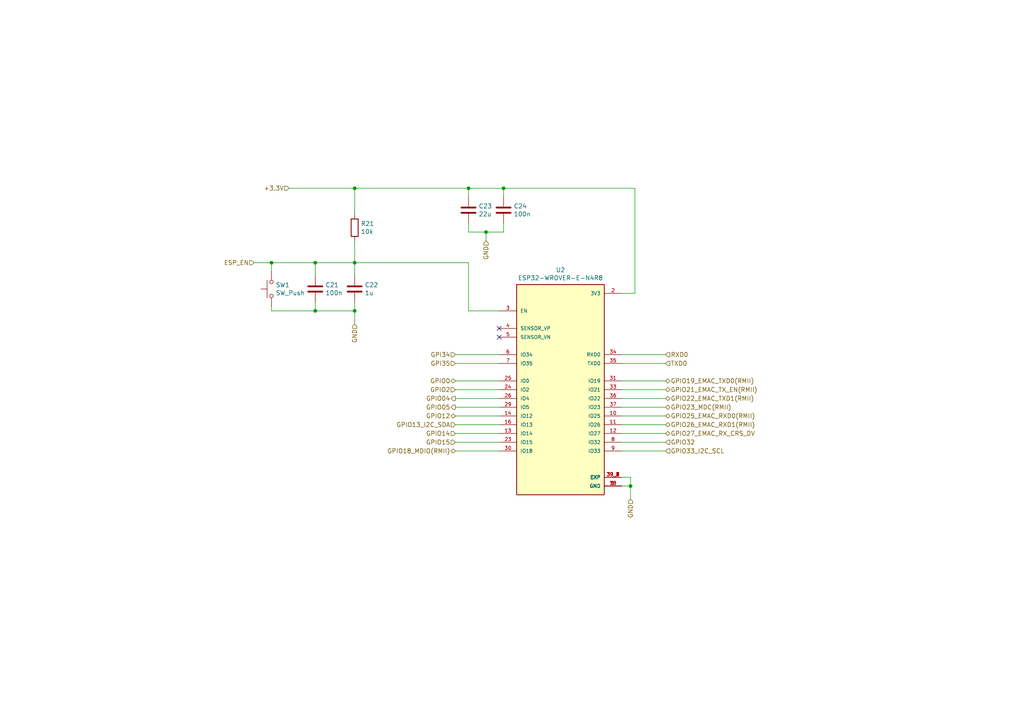
<source format=kicad_sch>
(kicad_sch (version 20211123) (generator eeschema)
  (paper "A4")
  (lib_symbols
    (symbol "Device:C" (pin_numbers hide) (pin_names (offset 0.254))
      (property "Reference" "C" (at 0.635 2.54 0))
      (property "Value" "C" (at 0.635 -2.54 0))
      (symbol "C_0_1"
        (polyline (pts (xy -2.032 -0.762) (xy 2.032 -0.762)) (stroke (width 0.508)))
        (polyline (pts (xy -2.032 0.762) (xy 2.032 0.762)) (stroke (width 0.508)))
      )
      (symbol "C_1_1"
        (pin passive line (at 0 3.81 270) (length 2.794) (name "~") (number "1"))
        (pin passive line (at 0 -3.81 90) (length 2.794) (name "~") (number "2"))
      )
    )
    (symbol "Device:R" (pin_numbers hide) (pin_names (offset 0))
      (property "Reference" "R" (at 2.032 0 90))
      (property "Value" "R" (at 0 0 90))
      (symbol "R_0_1"
        (rectangle (start -1.016 -2.54) (end 1.016 2.54) (stroke (width 0.254)))
      )
      (symbol "R_1_1"
        (pin passive line (at 0 3.81 270) (length 1.27) (name "~") (number "1"))
        (pin passive line (at 0 -3.81 90) (length 1.27) (name "~") (number "2"))
      )
    )
    (symbol "Switch:SW_Push" (pin_numbers hide) (pin_names (offset 1.016) hide)
      (property "Reference" "SW" (at 1.27 2.54 0))
      (property "Value" "SW_Push" (at 0 -1.524 0))
      (symbol "SW_Push_0_1"
        (circle (center -2.032 0) (radius 0.508))
        (polyline (pts (xy 0 1.27) (xy 0 3.048)))
        (polyline (pts (xy 2.54 1.27) (xy -2.54 1.27)))
        (circle (center 2.032 0) (radius 0.508))
        (pin passive line (at -5.08 0 0) (length 2.54) (name "1") (number "1"))
        (pin passive line (at 5.08 0 180) (length 2.54) (name "2") (number "2"))
      )
    )
    (symbol "general:ESP32-WROVER-E-N4R8" (pin_names (offset 1.016))
      (property "Reference" "U" (at -12.7 30.988 0))
      (property "Value" "ESP32-WROVER-E-N4R8" (at -12.7 -33.02 0))
      (symbol "ESP32-WROVER-E-N4R8_0_0"
        (rectangle (start -12.7 -30.48) (end 12.7 30.48) (stroke (width 0.254)) (fill (type background)))
        (pin power_in line (at 17.78 -27.94 180) (length 5.08) (name "GND") (number "1"))
        (pin bidirectional line (at 17.78 -7.62 180) (length 5.08) (name "IO25") (number "10"))
        (pin bidirectional line (at 17.78 -10.16 180) (length 5.08) (name "IO26") (number "11"))
        (pin bidirectional line (at 17.78 -12.7 180) (length 5.08) (name "IO27") (number "12"))
        (pin bidirectional line (at -17.78 -12.7 0) (length 5.08) (name "IO14") (number "13"))
        (pin bidirectional line (at -17.78 -7.62 0) (length 5.08) (name "IO12") (number "14"))
        (pin power_in line (at 17.78 -27.94 180) (length 5.08) (name "GND") (number "15"))
        (pin bidirectional line (at -17.78 -10.16 0) (length 5.08) (name "IO13") (number "16"))
        (pin no_connect line (at -17.78 -21.59 0) (length 5.08) hide (name "NC") (number "18"))
        (pin no_connect line (at -17.78 -22.86 0) (length 5.08) hide (name "NC") (number "19"))
        (pin power_in line (at 17.78 27.94 180) (length 5.08) (name "3V3") (number "2"))
        (pin no_connect line (at -17.78 -24.13 0) (length 5.08) hide (name "NC") (number "20"))
        (pin no_connect line (at -17.78 -25.4 0) (length 5.08) hide (name "NC") (number "21"))
        (pin no_connect line (at -17.78 -26.67 0) (length 5.08) hide (name "NC") (number "22"))
        (pin bidirectional line (at -17.78 -15.24 0) (length 5.08) (name "IO15") (number "23"))
        (pin bidirectional line (at -17.78 0 0) (length 5.08) (name "IO2") (number "24"))
        (pin bidirectional line (at -17.78 2.54 0) (length 5.08) (name "IO0") (number "25"))
        (pin bidirectional line (at -17.78 -2.54 0) (length 5.08) (name "IO4") (number "26"))
        (pin no_connect line (at -17.78 -27.94 0) (length 5.08) hide (name "NC") (number "27"))
        (pin no_connect line (at -17.78 -29.21 0) (length 5.08) hide (name "NC") (number "28"))
        (pin bidirectional line (at -17.78 -5.08 0) (length 5.08) (name "IO5") (number "29"))
        (pin input line (at -17.78 22.86 0) (length 5.08) (name "EN") (number "3"))
        (pin bidirectional line (at -17.78 -17.78 0) (length 5.08) (name "IO18") (number "30"))
        (pin bidirectional line (at 17.78 2.54 180) (length 5.08) (name "IO19") (number "31"))
        (pin no_connect line (at 17.78 -20.32 180) (length 5.08) hide (name "NC") (number "32"))
        (pin bidirectional line (at 17.78 0 180) (length 5.08) (name "IO21") (number "33"))
        (pin bidirectional line (at 17.78 10.16 180) (length 5.08) (name "RXD0") (number "34"))
        (pin bidirectional line (at 17.78 7.62 180) (length 5.08) (name "TXD0") (number "35"))
        (pin bidirectional line (at 17.78 -2.54 180) (length 5.08) (name "IO22") (number "36"))
        (pin bidirectional line (at 17.78 -5.08 180) (length 5.08) (name "IO23") (number "37"))
        (pin power_in line (at 17.78 -27.94 180) (length 5.08) (name "GND") (number "38"))
        (pin power_in line (at 17.78 -25.4 180) (length 5.08) (name "EXP") (number "39_1"))
        (pin power_in line (at 17.78 -25.4 180) (length 5.08) (name "EXP") (number "39_2"))
        (pin power_in line (at 17.78 -25.4 180) (length 5.08) (name "EXP") (number "39_3"))
        (pin power_in line (at 17.78 -25.4 180) (length 5.08) (name "EXP") (number "39_4"))
        (pin power_in line (at 17.78 -25.4 180) (length 5.08) (name "EXP") (number "39_5"))
        (pin power_in line (at 17.78 -25.4 180) (length 5.08) (name "EXP") (number "39_6"))
        (pin power_in line (at 17.78 -25.4 180) (length 5.08) (name "EXP") (number "39_7"))
        (pin power_in line (at 17.78 -25.4 180) (length 5.08) (name "EXP") (number "39_8"))
        (pin power_in line (at 17.78 -25.4 180) (length 5.08) (name "EXP") (number "39_9"))
        (pin input line (at -17.78 17.78 0) (length 5.08) (name "SENSOR_VP") (number "4"))
        (pin input line (at -17.78 15.24 0) (length 5.08) (name "SENSOR_VN") (number "5"))
        (pin input line (at -17.78 10.16 0) (length 5.08) (name "IO34") (number "6"))
        (pin input line (at -17.78 7.62 0) (length 5.08) (name "IO35") (number "7"))
        (pin bidirectional line (at 17.78 -15.24 180) (length 5.08) (name "IO32") (number "8"))
        (pin bidirectional line (at 17.78 -17.78 180) (length 5.08) (name "IO33") (number "9"))
      )
    )
  )
  (junction (at 182.88 140.97))
  (junction (at 91.44 76.2))
  (junction (at 102.87 90.17))
  (junction (at 102.87 76.2))
  (junction (at 102.87 54.61))
  (junction (at 146.05 54.61))
  (junction (at 140.97 67.31))
  (junction (at 78.74 76.2))
  (junction (at 135.89 54.61))
  (junction (at 91.44 90.17))
  (no_connect (at 144.78 97.79))
  (no_connect (at 144.78 95.25))
  (wire (pts (xy 135.89 54.61) (xy 135.89 57.15)))
  (wire (pts (xy 182.88 140.97) (xy 182.88 144.78)))
  (wire (pts (xy 184.15 54.61) (xy 184.15 85.09)))
  (wire (pts (xy 184.15 85.09) (xy 180.34 85.09)))
  (wire (pts (xy 78.74 90.17) (xy 91.44 90.17)))
  (wire (pts (xy 102.87 69.85) (xy 102.87 76.2)))
  (wire (pts (xy 193.04 123.19) (xy 180.34 123.19)))
  (wire (pts (xy 140.97 67.31) (xy 146.05 67.31)))
  (wire (pts (xy 132.08 123.19) (xy 144.78 123.19)))
  (wire (pts (xy 180.34 130.81) (xy 193.04 130.81)))
  (wire (pts (xy 146.05 67.31) (xy 146.05 64.77)))
  (wire (pts (xy 182.88 140.97) (xy 182.88 138.43)))
  (wire (pts (xy 144.78 118.11) (xy 132.08 118.11)))
  (wire (pts (xy 132.08 120.65) (xy 144.78 120.65)))
  (wire (pts (xy 135.89 67.31) (xy 140.97 67.31)))
  (wire (pts (xy 146.05 54.61) (xy 184.15 54.61)))
  (wire (pts (xy 180.34 125.73) (xy 193.04 125.73)))
  (wire (pts (xy 102.87 90.17) (xy 102.87 93.98)))
  (wire (pts (xy 78.74 76.2) (xy 91.44 76.2)))
  (wire (pts (xy 180.34 105.41) (xy 193.04 105.41)))
  (wire (pts (xy 144.78 115.57) (xy 132.08 115.57)))
  (wire (pts (xy 83.82 54.61) (xy 102.87 54.61)))
  (wire (pts (xy 91.44 76.2) (xy 102.87 76.2)))
  (wire (pts (xy 102.87 76.2) (xy 135.89 76.2)))
  (wire (pts (xy 182.88 140.97) (xy 180.34 140.97)))
  (wire (pts (xy 132.08 105.41) (xy 144.78 105.41)))
  (wire (pts (xy 135.89 64.77) (xy 135.89 67.31)))
  (wire (pts (xy 140.97 69.85) (xy 140.97 67.31)))
  (wire (pts (xy 78.74 76.2) (xy 73.66 76.2)))
  (wire (pts (xy 132.08 113.03) (xy 144.78 113.03)))
  (wire (pts (xy 180.34 102.87) (xy 193.04 102.87)))
  (wire (pts (xy 132.08 102.87) (xy 144.78 102.87)))
  (wire (pts (xy 132.08 110.49) (xy 144.78 110.49)))
  (wire (pts (xy 135.89 54.61) (xy 146.05 54.61)))
  (wire (pts (xy 102.87 76.2) (xy 102.87 80.01)))
  (wire (pts (xy 91.44 87.63) (xy 91.44 90.17)))
  (wire (pts (xy 78.74 88.9) (xy 78.74 90.17)))
  (wire (pts (xy 78.74 76.2) (xy 78.74 78.74)))
  (wire (pts (xy 180.34 110.49) (xy 193.04 110.49)))
  (wire (pts (xy 144.78 130.81) (xy 132.08 130.81)))
  (wire (pts (xy 180.34 128.27) (xy 193.04 128.27)))
  (wire (pts (xy 180.34 120.65) (xy 193.04 120.65)))
  (wire (pts (xy 135.89 90.17) (xy 135.89 76.2)))
  (wire (pts (xy 91.44 90.17) (xy 102.87 90.17)))
  (wire (pts (xy 180.34 138.43) (xy 182.88 138.43)))
  (wire (pts (xy 132.08 125.73) (xy 144.78 125.73)))
  (wire (pts (xy 102.87 54.61) (xy 102.87 62.23)))
  (wire (pts (xy 102.87 54.61) (xy 135.89 54.61)))
  (wire (pts (xy 193.04 118.11) (xy 180.34 118.11)))
  (wire (pts (xy 91.44 76.2) (xy 91.44 80.01)))
  (wire (pts (xy 180.34 113.03) (xy 193.04 113.03)))
  (wire (pts (xy 144.78 128.27) (xy 132.08 128.27)))
  (wire (pts (xy 144.78 90.17) (xy 135.89 90.17)))
  (wire (pts (xy 102.87 87.63) (xy 102.87 90.17)))
  (wire (pts (xy 180.34 115.57) (xy 193.04 115.57)))
  (wire (pts (xy 146.05 54.61) (xy 146.05 57.15)))
  (hierarchical_label "GPIO26_EMAC_RXD1(RMII)" (shape bidirectional) (at 193.04 123.19 0))
  (hierarchical_label "GPIO23_MDC(RMII)" (shape bidirectional) (at 193.04 118.11 0))
  (hierarchical_label "GND" (shape input) (at 102.87 93.98 270))
  (hierarchical_label "+3.3V" (shape input) (at 83.82 54.61 180))
  (hierarchical_label "GPIO18_MDIO(RMII)" (shape bidirectional) (at 132.08 130.81 180))
  (hierarchical_label "GND" (shape input) (at 182.88 144.78 270))
  (hierarchical_label "GND" (shape input) (at 140.97 69.85 270))
  (hierarchical_label "GPIO12" (shape bidirectional) (at 132.08 120.65 180))
  (hierarchical_label "GPIO13_I2C_SDA" (shape input) (at 132.08 123.19 180))
  (hierarchical_label "TXD0" (shape input) (at 193.04 105.41 0))
  (hierarchical_label "GPIO32" (shape input) (at 193.04 128.27 0))
  (hierarchical_label "GPIO27_EMAC_RX_CRS_DV" (shape bidirectional) (at 193.04 125.73 0))
  (hierarchical_label "ESP_EN" (shape input) (at 73.66 76.2 180))
  (hierarchical_label "GPIO05" (shape output) (at 132.08 118.11 180))
  (hierarchical_label "GPIO15" (shape input) (at 132.08 128.27 180))
  (hierarchical_label "GPIO21_EMAC_TX_EN(RMII)" (shape bidirectional) (at 193.04 113.03 0))
  (hierarchical_label "GPI35" (shape input) (at 132.08 105.41 180))
  (hierarchical_label "GPIO14" (shape input) (at 132.08 125.73 180))
  (hierarchical_label "GPIO19_EMAC_TXD0(RMII)" (shape bidirectional) (at 193.04 110.49 0))
  (hierarchical_label "GPIO0" (shape bidirectional) (at 132.08 110.49 180))
  (hierarchical_label "GPIO33_I2C_SCL" (shape input) (at 193.04 130.81 0))
  (hierarchical_label "GPIO2" (shape input) (at 132.08 113.03 180))
  (hierarchical_label "GPIO04" (shape output) (at 132.08 115.57 180))
  (hierarchical_label "GPIO25_EMAC_RXD0(RMII)" (shape bidirectional) (at 193.04 120.65 0))
  (hierarchical_label "GPIO22_EMAC_TXD1(RMII)" (shape bidirectional) (at 193.04 115.57 0))
  (hierarchical_label "RXD0" (shape input) (at 193.04 102.87 0))
  (hierarchical_label "GPI34" (shape input) (at 132.08 102.87 180))
  (symbol (lib_id "Device:C") (at 135.89 60.96 0) (unit 1)
    (property "Reference" "C23" (at 138.811 59.7916 0) (effects (justify left)))
    (property "Value" "22u" (at 138.811 62.103 0) (effects (justify left)))
    (property "Footprint" "Capacitor_SMD:C_0603_1608Metric" (effects hide))
    (property "jlc" "C59461" (effects hide))
    (property "Manufacturer_Part_Number" "CL10A226MQ8NRNC" (effects hide))
  )
  (symbol (lib_id "Device:C") (at 146.05 60.96 0) (unit 1)
    (property "Reference" "C24" (at 148.971 59.7916 0) (effects (justify left)))
    (property "Value" "100n" (at 148.971 62.103 0) (effects (justify left)))
    (property "Footprint" "Capacitor_SMD:C_0603_1608Metric" (effects hide))
    (property "jlc" "C14663" (effects hide))
    (property "Manufacturer_Part_Number" "CC0603KRX7R9BB104" (effects hide))
  )
  (symbol (lib_id "Device:R") (at 102.87 66.04 0) (unit 1)
    (property "Reference" "R21" (at 104.648 64.8716 0) (effects (justify left)))
    (property "Value" "10k" (at 104.648 67.183 0) (effects (justify left)))
    (property "Footprint" "Resistor_SMD:R_0603_1608Metric" (effects hide))
    (property "jlc" "C25804" (effects hide))
    (property "Manufacturer_Part_Number" "0603WAF1002T5E" (effects hide))
  )
  (symbol (lib_id "Device:C") (at 102.87 83.82 0) (unit 1)
    (property "Reference" "C22" (at 105.791 82.6516 0) (effects (justify left)))
    (property "Value" "1u" (at 105.791 84.963 0) (effects (justify left)))
    (property "Footprint" "Capacitor_SMD:C_0603_1608Metric" (effects hide))
    (property "jlc" "C15849" (effects hide))
    (property "Manufacturer_Part_Number" "CL10A105KB8NNNC" (effects hide))
  )
  (symbol (lib_id "Switch:SW_Push") (at 78.74 83.82 90) (unit 1)
    (property "Reference" "SW1" (at 79.9592 82.6516 90) (effects (justify right)))
    (property "Value" "SW_Push" (at 79.9592 84.963 90) (effects (justify right)))
    (property "Footprint" "general:SW_TS-1187A-B-A-B" (effects hide))
    (property "jlc" "C318884" (effects hide))
    (property "Manufacturer_Part_Number" "TS-1187A-B-A-B" (effects hide))
  )
  (symbol (lib_id "Device:C") (at 91.44 83.82 0) (unit 1)
    (property "Reference" "C21" (at 94.361 82.6516 0) (effects (justify left)))
    (property "Value" "100n" (at 94.361 84.963 0) (effects (justify left)))
    (property "Footprint" "Capacitor_SMD:C_0805_2012Metric" (effects hide))
    (property "jlc" "C28233" (effects hide))
    (property "Manufacturer_Part_Number" "CL21B104KCFNNNE" (effects hide))
  )
  (symbol (lib_id "general:ESP32-WROVER-E-N4R8") (at 162.56 113.03 0) (unit 1)
    (property "Reference" "U2" (at 162.56 78.3082 0))
    (property "Value" "ESP32-WROVER-E-N4R8" (at 162.56 80.6196 0))
    (property "Footprint" "general:ESP32-WROVER-E-N4R8" (effects hide))
    (property "STANDARD" "Manufacturer Recommendations" (effects hide))
    (property "MAXIMUM_PACKAGE_HEIGHT" "3.45 mm" (effects hide))
    (property "SNAPEDA_PN" "ESP32-WROVER-E-N4R8" (effects hide))
    (property "MANUFACTURER" "Espressif Systems" (effects hide))
    (property "PARTREV" "1.6" (effects hide))
    (property "Manufacturer_Part_Number" "ESP32-WROVER-IE-N4R8" (effects hide))
    (property "jlc" "C967023" (effects hide))
  )
)
</source>
